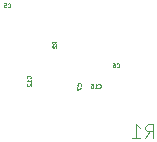
<source format=gbr>
%TF.GenerationSoftware,KiCad,Pcbnew,8.0.6*%
%TF.CreationDate,2024-11-27T18:57:58+00:00*%
%TF.ProjectId,wmk,776d6b2e-6b69-4636-9164-5f7063625858,rev?*%
%TF.SameCoordinates,Original*%
%TF.FileFunction,Legend,Bot*%
%TF.FilePolarity,Positive*%
%FSLAX46Y46*%
G04 Gerber Fmt 4.6, Leading zero omitted, Abs format (unit mm)*
G04 Created by KiCad (PCBNEW 8.0.6) date 2024-11-27 18:57:58*
%MOMM*%
%LPD*%
G01*
G04 APERTURE LIST*
%ADD10C,0.083185*%
%ADD11C,0.101600*%
G04 APERTURE END LIST*
D10*
X145980848Y-82880186D02*
X145996693Y-82864342D01*
X145996693Y-82864342D02*
X146012537Y-82816807D01*
X146012537Y-82816807D02*
X146012537Y-82785118D01*
X146012537Y-82785118D02*
X145996693Y-82737584D01*
X145996693Y-82737584D02*
X145965003Y-82705894D01*
X145965003Y-82705894D02*
X145933313Y-82690049D01*
X145933313Y-82690049D02*
X145869934Y-82674205D01*
X145869934Y-82674205D02*
X145822400Y-82674205D01*
X145822400Y-82674205D02*
X145759021Y-82690049D01*
X145759021Y-82690049D02*
X145727332Y-82705894D01*
X145727332Y-82705894D02*
X145695642Y-82737584D01*
X145695642Y-82737584D02*
X145679797Y-82785118D01*
X145679797Y-82785118D02*
X145679797Y-82816807D01*
X145679797Y-82816807D02*
X145695642Y-82864342D01*
X145695642Y-82864342D02*
X145711487Y-82880186D01*
X146012537Y-83197082D02*
X146012537Y-83006945D01*
X146012537Y-83102013D02*
X145679797Y-83102013D01*
X145679797Y-83102013D02*
X145727332Y-83070324D01*
X145727332Y-83070324D02*
X145759021Y-83038634D01*
X145759021Y-83038634D02*
X145774866Y-83006945D01*
X145711487Y-83323840D02*
X145695642Y-83339684D01*
X145695642Y-83339684D02*
X145679797Y-83371374D01*
X145679797Y-83371374D02*
X145679797Y-83450598D01*
X145679797Y-83450598D02*
X145695642Y-83482287D01*
X145695642Y-83482287D02*
X145711487Y-83498132D01*
X145711487Y-83498132D02*
X145743176Y-83513977D01*
X145743176Y-83513977D02*
X145774866Y-83513977D01*
X145774866Y-83513977D02*
X145822400Y-83498132D01*
X145822400Y-83498132D02*
X146012537Y-83307995D01*
X146012537Y-83307995D02*
X146012537Y-83513977D01*
X148178553Y-79973286D02*
X148020106Y-79862373D01*
X148178553Y-79783149D02*
X147845813Y-79783149D01*
X147845813Y-79783149D02*
X147845813Y-79909907D01*
X147845813Y-79909907D02*
X147861658Y-79941597D01*
X147861658Y-79941597D02*
X147877503Y-79957442D01*
X147877503Y-79957442D02*
X147909192Y-79973286D01*
X147909192Y-79973286D02*
X147956727Y-79973286D01*
X147956727Y-79973286D02*
X147988416Y-79957442D01*
X147988416Y-79957442D02*
X148004261Y-79941597D01*
X148004261Y-79941597D02*
X148020106Y-79909907D01*
X148020106Y-79909907D02*
X148020106Y-79783149D01*
X147877503Y-80100045D02*
X147861658Y-80115889D01*
X147861658Y-80115889D02*
X147845813Y-80147579D01*
X147845813Y-80147579D02*
X147845813Y-80226803D01*
X147845813Y-80226803D02*
X147861658Y-80258492D01*
X147861658Y-80258492D02*
X147877503Y-80274337D01*
X147877503Y-80274337D02*
X147909192Y-80290182D01*
X147909192Y-80290182D02*
X147940882Y-80290182D01*
X147940882Y-80290182D02*
X147988416Y-80274337D01*
X147988416Y-80274337D02*
X148178553Y-80084200D01*
X148178553Y-80084200D02*
X148178553Y-80290182D01*
D11*
X155717156Y-87936726D02*
X156106623Y-87380345D01*
X156384813Y-87936726D02*
X156384813Y-86768326D01*
X156384813Y-86768326D02*
X155939708Y-86768326D01*
X155939708Y-86768326D02*
X155828432Y-86823964D01*
X155828432Y-86823964D02*
X155772794Y-86879602D01*
X155772794Y-86879602D02*
X155717156Y-86990878D01*
X155717156Y-86990878D02*
X155717156Y-87157792D01*
X155717156Y-87157792D02*
X155772794Y-87269068D01*
X155772794Y-87269068D02*
X155828432Y-87324707D01*
X155828432Y-87324707D02*
X155939708Y-87380345D01*
X155939708Y-87380345D02*
X156384813Y-87380345D01*
X154604394Y-87936726D02*
X155272051Y-87936726D01*
X154938223Y-87936726D02*
X154938223Y-86768326D01*
X154938223Y-86768326D02*
X155049499Y-86935240D01*
X155049499Y-86935240D02*
X155160775Y-87046516D01*
X155160775Y-87046516D02*
X155272051Y-87102154D01*
D10*
X150264169Y-83502999D02*
X150280014Y-83487155D01*
X150280014Y-83487155D02*
X150295858Y-83439620D01*
X150295858Y-83439620D02*
X150295858Y-83407931D01*
X150295858Y-83407931D02*
X150280014Y-83360397D01*
X150280014Y-83360397D02*
X150248324Y-83328707D01*
X150248324Y-83328707D02*
X150216634Y-83312862D01*
X150216634Y-83312862D02*
X150153255Y-83297018D01*
X150153255Y-83297018D02*
X150105721Y-83297018D01*
X150105721Y-83297018D02*
X150042342Y-83312862D01*
X150042342Y-83312862D02*
X150010653Y-83328707D01*
X150010653Y-83328707D02*
X149978963Y-83360397D01*
X149978963Y-83360397D02*
X149963118Y-83407931D01*
X149963118Y-83407931D02*
X149963118Y-83439620D01*
X149963118Y-83439620D02*
X149978963Y-83487155D01*
X149978963Y-83487155D02*
X149994808Y-83502999D01*
X149963118Y-83613913D02*
X149963118Y-83835739D01*
X149963118Y-83835739D02*
X150295858Y-83693137D01*
X153271000Y-81908369D02*
X153286844Y-81924214D01*
X153286844Y-81924214D02*
X153334379Y-81940058D01*
X153334379Y-81940058D02*
X153366068Y-81940058D01*
X153366068Y-81940058D02*
X153413602Y-81924214D01*
X153413602Y-81924214D02*
X153445292Y-81892524D01*
X153445292Y-81892524D02*
X153461137Y-81860834D01*
X153461137Y-81860834D02*
X153476981Y-81797455D01*
X153476981Y-81797455D02*
X153476981Y-81749921D01*
X153476981Y-81749921D02*
X153461137Y-81686542D01*
X153461137Y-81686542D02*
X153445292Y-81654853D01*
X153445292Y-81654853D02*
X153413602Y-81623163D01*
X153413602Y-81623163D02*
X153366068Y-81607318D01*
X153366068Y-81607318D02*
X153334379Y-81607318D01*
X153334379Y-81607318D02*
X153286844Y-81623163D01*
X153286844Y-81623163D02*
X153271000Y-81639008D01*
X152985794Y-81607318D02*
X153049173Y-81607318D01*
X153049173Y-81607318D02*
X153080862Y-81623163D01*
X153080862Y-81623163D02*
X153096707Y-81639008D01*
X153096707Y-81639008D02*
X153128397Y-81686542D01*
X153128397Y-81686542D02*
X153144241Y-81749921D01*
X153144241Y-81749921D02*
X153144241Y-81876679D01*
X153144241Y-81876679D02*
X153128397Y-81908369D01*
X153128397Y-81908369D02*
X153112552Y-81924214D01*
X153112552Y-81924214D02*
X153080862Y-81940058D01*
X153080862Y-81940058D02*
X153017483Y-81940058D01*
X153017483Y-81940058D02*
X152985794Y-81924214D01*
X152985794Y-81924214D02*
X152969949Y-81908369D01*
X152969949Y-81908369D02*
X152954104Y-81876679D01*
X152954104Y-81876679D02*
X152954104Y-81797455D01*
X152954104Y-81797455D02*
X152969949Y-81765766D01*
X152969949Y-81765766D02*
X152985794Y-81749921D01*
X152985794Y-81749921D02*
X153017483Y-81734076D01*
X153017483Y-81734076D02*
X153080862Y-81734076D01*
X153080862Y-81734076D02*
X153112552Y-81749921D01*
X153112552Y-81749921D02*
X153128397Y-81765766D01*
X153128397Y-81765766D02*
X153144241Y-81797455D01*
X151731713Y-83665864D02*
X151747557Y-83681709D01*
X151747557Y-83681709D02*
X151795092Y-83697553D01*
X151795092Y-83697553D02*
X151826781Y-83697553D01*
X151826781Y-83697553D02*
X151874315Y-83681709D01*
X151874315Y-83681709D02*
X151906005Y-83650019D01*
X151906005Y-83650019D02*
X151921850Y-83618329D01*
X151921850Y-83618329D02*
X151937694Y-83554950D01*
X151937694Y-83554950D02*
X151937694Y-83507416D01*
X151937694Y-83507416D02*
X151921850Y-83444037D01*
X151921850Y-83444037D02*
X151906005Y-83412348D01*
X151906005Y-83412348D02*
X151874315Y-83380658D01*
X151874315Y-83380658D02*
X151826781Y-83364813D01*
X151826781Y-83364813D02*
X151795092Y-83364813D01*
X151795092Y-83364813D02*
X151747557Y-83380658D01*
X151747557Y-83380658D02*
X151731713Y-83396503D01*
X151414817Y-83697553D02*
X151604954Y-83697553D01*
X151509886Y-83697553D02*
X151509886Y-83364813D01*
X151509886Y-83364813D02*
X151541575Y-83412348D01*
X151541575Y-83412348D02*
X151573265Y-83444037D01*
X151573265Y-83444037D02*
X151604954Y-83459882D01*
X151129612Y-83364813D02*
X151192991Y-83364813D01*
X151192991Y-83364813D02*
X151224680Y-83380658D01*
X151224680Y-83380658D02*
X151240525Y-83396503D01*
X151240525Y-83396503D02*
X151272215Y-83444037D01*
X151272215Y-83444037D02*
X151288059Y-83507416D01*
X151288059Y-83507416D02*
X151288059Y-83634174D01*
X151288059Y-83634174D02*
X151272215Y-83665864D01*
X151272215Y-83665864D02*
X151256370Y-83681709D01*
X151256370Y-83681709D02*
X151224680Y-83697553D01*
X151224680Y-83697553D02*
X151161301Y-83697553D01*
X151161301Y-83697553D02*
X151129612Y-83681709D01*
X151129612Y-83681709D02*
X151113767Y-83665864D01*
X151113767Y-83665864D02*
X151097922Y-83634174D01*
X151097922Y-83634174D02*
X151097922Y-83554950D01*
X151097922Y-83554950D02*
X151113767Y-83523261D01*
X151113767Y-83523261D02*
X151129612Y-83507416D01*
X151129612Y-83507416D02*
X151161301Y-83491571D01*
X151161301Y-83491571D02*
X151224680Y-83491571D01*
X151224680Y-83491571D02*
X151256370Y-83507416D01*
X151256370Y-83507416D02*
X151272215Y-83523261D01*
X151272215Y-83523261D02*
X151288059Y-83554950D01*
X144081068Y-76839007D02*
X144096912Y-76854852D01*
X144096912Y-76854852D02*
X144144447Y-76870696D01*
X144144447Y-76870696D02*
X144176136Y-76870696D01*
X144176136Y-76870696D02*
X144223670Y-76854852D01*
X144223670Y-76854852D02*
X144255360Y-76823162D01*
X144255360Y-76823162D02*
X144271205Y-76791472D01*
X144271205Y-76791472D02*
X144287049Y-76728093D01*
X144287049Y-76728093D02*
X144287049Y-76680559D01*
X144287049Y-76680559D02*
X144271205Y-76617180D01*
X144271205Y-76617180D02*
X144255360Y-76585491D01*
X144255360Y-76585491D02*
X144223670Y-76553801D01*
X144223670Y-76553801D02*
X144176136Y-76537956D01*
X144176136Y-76537956D02*
X144144447Y-76537956D01*
X144144447Y-76537956D02*
X144096912Y-76553801D01*
X144096912Y-76553801D02*
X144081068Y-76569646D01*
X143780017Y-76537956D02*
X143938465Y-76537956D01*
X143938465Y-76537956D02*
X143954309Y-76696404D01*
X143954309Y-76696404D02*
X143938465Y-76680559D01*
X143938465Y-76680559D02*
X143906775Y-76664714D01*
X143906775Y-76664714D02*
X143827551Y-76664714D01*
X143827551Y-76664714D02*
X143795862Y-76680559D01*
X143795862Y-76680559D02*
X143780017Y-76696404D01*
X143780017Y-76696404D02*
X143764172Y-76728093D01*
X143764172Y-76728093D02*
X143764172Y-76807317D01*
X143764172Y-76807317D02*
X143780017Y-76839007D01*
X143780017Y-76839007D02*
X143795862Y-76854852D01*
X143795862Y-76854852D02*
X143827551Y-76870696D01*
X143827551Y-76870696D02*
X143906775Y-76870696D01*
X143906775Y-76870696D02*
X143938465Y-76854852D01*
X143938465Y-76854852D02*
X143954309Y-76839007D01*
M02*

</source>
